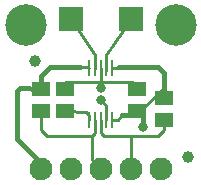
<source format=gbr>
G04 EAGLE Gerber RS-274X export*
G75*
%MOMM*%
%FSLAX34Y34*%
%LPD*%
%INTop Copper*%
%IPPOS*%
%AMOC8*
5,1,8,0,0,1.08239X$1,22.5*%
G01*
%ADD10R,0.280000X1.450000*%
%ADD11C,1.000000*%
%ADD12C,3.516000*%
%ADD13R,1.500000X1.300000*%
%ADD14C,1.930400*%
%ADD15R,2.000000X2.000000*%
%ADD16C,0.254000*%
%ADD17C,1.206400*%
%ADD18C,0.800100*%
%ADD19C,0.406400*%
%ADD20C,0.806400*%


D10*
X78900Y59280D03*
X83900Y59280D03*
X88900Y59280D03*
X93900Y59280D03*
X98900Y59280D03*
X98900Y103280D03*
X93900Y103280D03*
X88900Y103280D03*
X83900Y103280D03*
X78900Y103280D03*
D11*
X162560Y27940D03*
X33020Y109220D03*
D12*
X25400Y139700D03*
X152400Y139700D03*
D13*
X142240Y59080D03*
X142240Y78080D03*
X38100Y66700D03*
X38100Y85700D03*
X58420Y85700D03*
X58420Y66700D03*
X119380Y66700D03*
X119380Y85700D03*
D14*
X38100Y17780D03*
X63500Y17780D03*
X88900Y17780D03*
X114300Y17780D03*
X139700Y17780D03*
D15*
X114300Y144780D03*
X63500Y144780D03*
D16*
X93900Y103280D02*
X93900Y101300D01*
X93900Y103280D02*
X93900Y114220D01*
X114300Y144780D01*
D17*
X114300Y144780D03*
D16*
X83900Y103280D02*
X83900Y102300D01*
X83900Y103280D02*
X83900Y114220D01*
X63500Y144780D01*
D17*
X63500Y144780D03*
D18*
X124460Y53340D03*
D19*
X124460Y63500D02*
X124460Y64160D01*
X38100Y22860D02*
X38100Y17780D01*
X38100Y22860D02*
X17780Y43180D01*
X17780Y83820D01*
X20320Y86360D01*
X38100Y85700D01*
X38100Y96520D01*
X45720Y104140D01*
X71120Y104140D01*
D16*
X78040Y104140D01*
X78900Y103280D01*
X98900Y103280D02*
X103280Y103280D01*
X104140Y104140D01*
D19*
X137160Y104140D01*
X142240Y99060D01*
X142240Y86360D01*
X142240Y78080D01*
X119380Y66700D02*
X116840Y71120D01*
X124460Y63500D01*
D16*
X103280Y59280D02*
X98900Y59280D01*
X103280Y59280D02*
X106680Y63500D01*
D19*
X124460Y63500D01*
X124460Y53340D01*
D16*
X142240Y86360D02*
X142900Y86360D01*
X142240Y78080D01*
X122580Y66700D02*
X119380Y66700D01*
X122580Y66700D02*
X142240Y86360D01*
X88900Y86360D02*
X88900Y103280D01*
X88900Y91440D02*
X59080Y91440D01*
X58420Y85700D01*
X88900Y86360D02*
X88900Y91440D01*
X116180Y91440D01*
X119380Y85700D01*
D18*
X88900Y86360D03*
D16*
X88900Y59280D02*
X88900Y48260D01*
X91440Y45720D01*
X114300Y45720D01*
X137160Y45720D01*
X142240Y50800D01*
X142240Y59080D01*
X114300Y45720D02*
X114300Y17780D01*
X83900Y48340D02*
X83900Y59280D01*
X83900Y48340D02*
X81280Y45720D01*
X43180Y45720D01*
X38100Y50800D01*
X38100Y66700D01*
X81280Y45720D02*
X81280Y25400D01*
X88900Y17780D01*
X78900Y59280D02*
X78900Y63340D01*
X76200Y66040D01*
X58420Y66700D01*
X93900Y71200D02*
X93900Y59280D01*
X93900Y71200D02*
X88900Y76200D01*
D20*
X88900Y76200D03*
M02*

</source>
